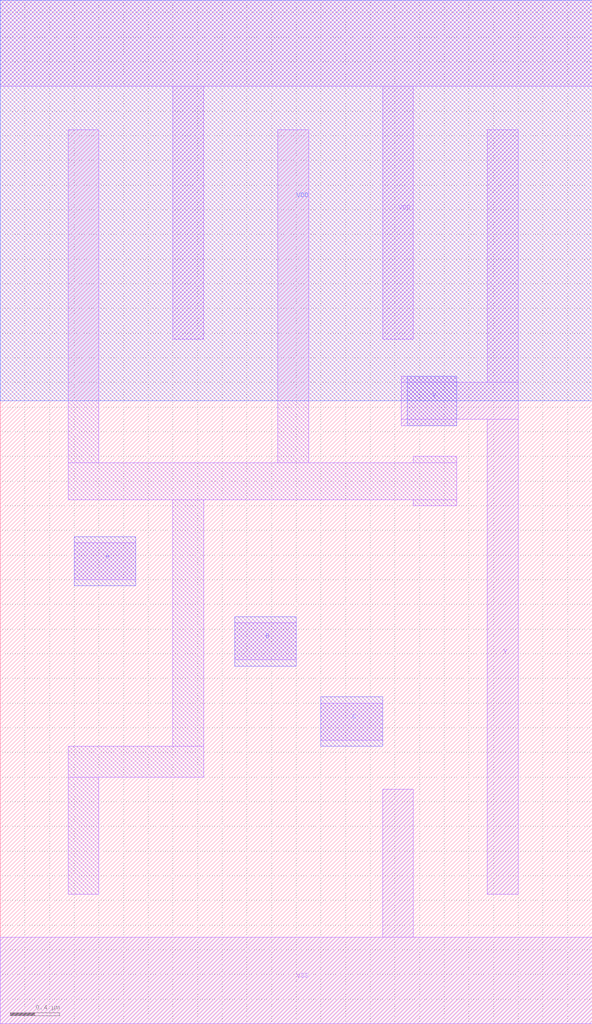
<source format=lef>
VERSION 5.7 ;
  NOWIREEXTENSIONATPIN ON ;
  DIVIDERCHAR "/" ;
  BUSBITCHARS "[]" ;
MACRO gf180mcu_osu_sc_gp12t3v3__and3_1
  CLASS CORE ;
  FOREIGN gf180mcu_osu_sc_gp12t3v3__and3_1 ;
  ORIGIN 0.000 0.000 ;
  SIZE 4.800 BY 8.300 ;
  SYMMETRY X Y ;
  SITE gf180mcu_osu_sc_gp12t3v3 ;
  PIN A
    ANTENNAGATEAREA 0.765000 ;
    PORT
      LAYER Metal1 ;
        RECT 0.600 3.600 1.100 3.900 ;
      LAYER Metal2 ;
        RECT 0.600 3.550 1.100 3.950 ;
    END
  END A
  PIN B
    ANTENNAGATEAREA 0.765000 ;
    PORT
      LAYER Metal1 ;
        RECT 1.900 2.950 2.400 3.250 ;
      LAYER Metal2 ;
        RECT 1.900 2.900 2.400 3.300 ;
    END
  END B
  PIN Y
    ANTENNADIFFAREA 1.275000 ;
    PORT
      LAYER Metal1 ;
        RECT 3.250 5.200 3.700 5.250 ;
        RECT 3.950 5.200 4.200 7.250 ;
        RECT 3.250 4.900 4.200 5.200 ;
        RECT 3.250 4.850 3.700 4.900 ;
        RECT 3.950 1.050 4.200 4.900 ;
      LAYER Metal2 ;
        RECT 3.300 4.850 3.700 5.250 ;
    END
  END Y
  PIN C
    ANTENNAGATEAREA 0.765000 ;
    PORT
      LAYER Metal1 ;
        RECT 2.600 2.300 3.100 2.600 ;
      LAYER Metal2 ;
        RECT 2.600 2.250 3.100 2.650 ;
    END
  END C
  PIN VDD
    USE POWER ;
    PORT
      LAYER Nwell ;
        RECT 0.000 5.050 4.800 8.300 ;
      LAYER Metal1 ;
        RECT 0.000 7.600 4.800 8.300 ;
        RECT 1.400 5.550 1.650 7.600 ;
        RECT 3.100 5.550 3.350 7.600 ;
    END
  END VDD
  PIN VSS
    USE GROUND ;
    PORT
      LAYER Metal1 ;
        RECT 3.100 0.700 3.350 1.900 ;
        RECT 0.000 0.000 4.800 0.700 ;
    END
  END VSS
  OBS
      LAYER Metal1 ;
        RECT 0.550 4.550 0.800 7.250 ;
        RECT 2.250 4.550 2.500 7.250 ;
        RECT 3.350 4.550 3.700 4.600 ;
        RECT 0.550 4.250 3.700 4.550 ;
        RECT 1.400 2.250 1.650 4.250 ;
        RECT 3.350 4.200 3.700 4.250 ;
        RECT 0.550 2.000 1.650 2.250 ;
        RECT 0.550 1.050 0.800 2.000 ;
  END
END gf180mcu_osu_sc_gp12t3v3__and3_1
END LIBRARY


</source>
